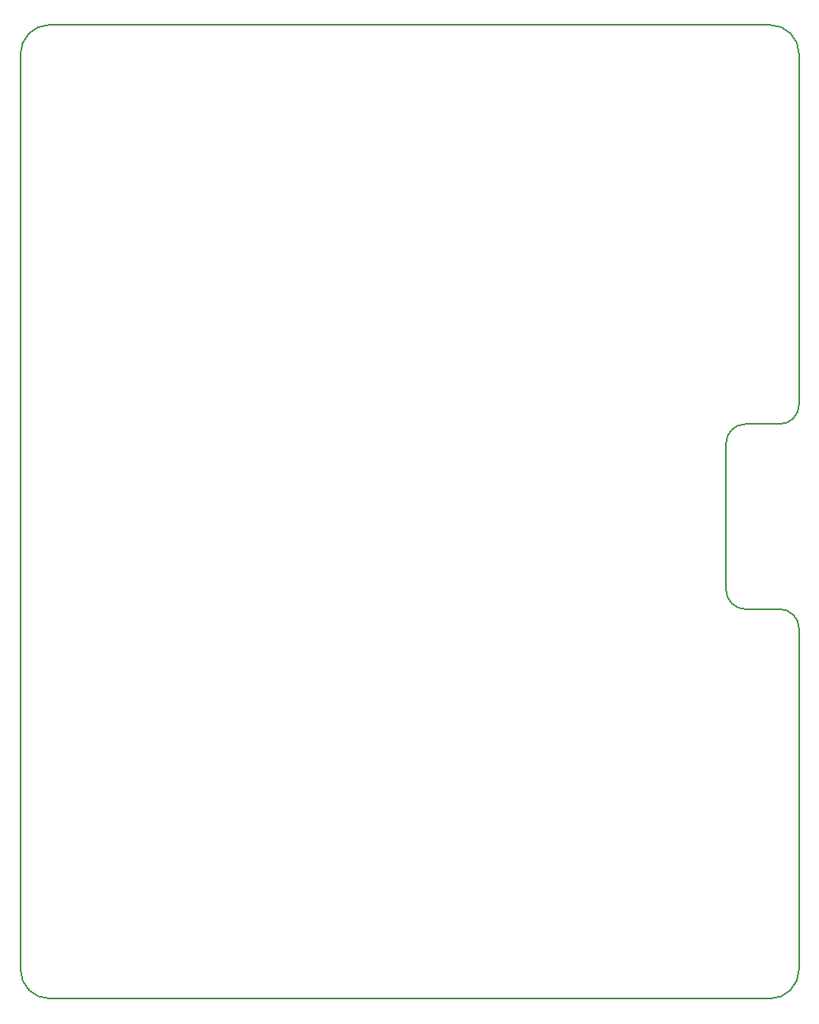
<source format=gko>
G04*
G04 #@! TF.GenerationSoftware,Altium Limited,Altium Designer,22.4.2 (48)*
G04*
G04 Layer_Color=16711935*
%FSLAX44Y44*%
%MOMM*%
G71*
G04*
G04 #@! TF.SameCoordinates,CD49FAE8-A699-4325-8C5D-96517E71F74C*
G04*
G04*
G04 #@! TF.FilePolarity,Positive*
G04*
G01*
G75*
%ADD11C,0.2000*%
D11*
X4792000Y2172000D02*
G03*
X4772000Y2192000I-20000J0D01*
G01*
X3992000Y1822000D02*
G03*
X4022000Y1792000I30000J0D01*
G01*
X4737000Y2382000D02*
G03*
X4717000Y2362000I0J-20000D01*
G01*
X4762000Y1792000D02*
G03*
X4792000Y1822000I0J30000D01*
G01*
X4717000Y2212000D02*
G03*
X4737000Y2192000I20000J0D01*
G01*
X4792000Y2762000D02*
G03*
X4762000Y2792000I-30000J0D01*
G01*
X4022000D02*
G03*
X3992000Y2762000I0J-30000D01*
G01*
X4772000Y2382000D02*
G03*
X4792000Y2402000I0J20000D01*
G01*
X4792000Y2762000D02*
X4792000Y2402000D01*
X4737000Y2382000D02*
X4772000D01*
X4022000Y1792000D02*
X4762000Y1792000D01*
X4737000Y2192000D02*
X4772000D01*
X4792000Y1822000D02*
X4792000Y2172000D01*
X4717000Y2212000D02*
Y2362000D01*
X3992000Y1822000D02*
X3992000Y2762000D01*
X4022000Y2792000D02*
X4762000Y2792000D01*
M02*

</source>
